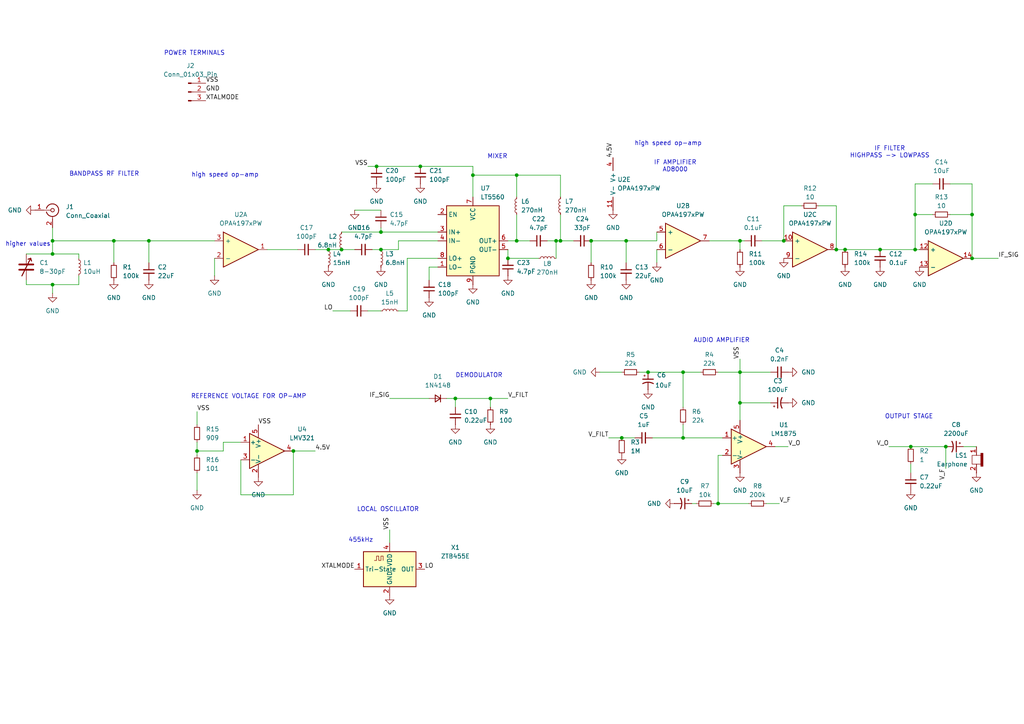
<source format=kicad_sch>
(kicad_sch (version 20231120) (generator "eeschema") (generator_version "8.0")
  (paper "A4")
  (lib_symbols
    (symbol "Amplifier_Audio:LM1875" (pin_names (offset 0.127))
      (property "Reference" "U" (at 3.81 6.35 0))
      (property "Value" "LM1875" (at 3.81 3.81 0))
      (symbol "LM1875_0_1"
        (polyline (pts (xy -5.08 5.08) (xy 5.08 0) (xy -5.08 -5.08) (xy -5.08 5.08)) (stroke (width 0.254)) (fill (type background)))
      )
      (symbol "LM1875_1_1"
        (pin input line (at -7.62 2.54 0) (length 2.54) (name "+") (number "1"))
        (pin input line (at -7.62 -2.54 0) (length 2.54) (name "-") (number "2"))
        (pin power_in line (at -2.54 -7.62 90) (length 3.81) (name "V-") (number "3"))
        (pin output line (at 7.62 0 180) (length 2.54) (name "~") (number "4"))
        (pin power_in line (at -2.54 7.62 270) (length 3.81) (name "V+") (number "5"))
      )
    )
    (symbol "Amplifier_Operational:OPA4197xPW"
      (property "Reference" "U" (at 0 3.81 0))
      (property "Value" "OPA4197xPW" (at 0 -3.81 0))
      (symbol "OPA4197xPW_1_1"
        (polyline (pts (xy -5.08 5.08) (xy 5.08 0) (xy -5.08 -5.08) (xy -5.08 5.08)) (stroke (width 0.254)) (fill (type background)))
        (pin output line (at 7.62 0 180) (length 2.54) (name "~") (number "1"))
        (pin input line (at -7.62 -2.54 0) (length 2.54) (name "-") (number "2"))
        (pin input line (at -7.62 2.54 0) (length 2.54) (name "+") (number "3"))
      )
      (symbol "OPA4197xPW_2_1"
        (polyline (pts (xy -5.08 5.08) (xy 5.08 0) (xy -5.08 -5.08) (xy -5.08 5.08)) (stroke (width 0.254)) (fill (type background)))
        (pin input line (at -7.62 2.54 0) (length 2.54) (name "+") (number "5"))
        (pin input line (at -7.62 -2.54 0) (length 2.54) (name "-") (number "6"))
        (pin output line (at 7.62 0 180) (length 2.54) (name "~") (number "7"))
      )
      (symbol "OPA4197xPW_3_1"
        (polyline (pts (xy -5.08 5.08) (xy 5.08 0) (xy -5.08 -5.08) (xy -5.08 5.08)) (stroke (width 0.254)) (fill (type background)))
        (pin input line (at -7.62 2.54 0) (length 2.54) (name "+") (number "10"))
        (pin output line (at 7.62 0 180) (length 2.54) (name "~") (number "8"))
        (pin input line (at -7.62 -2.54 0) (length 2.54) (name "-") (number "9"))
      )
      (symbol "OPA4197xPW_4_1"
        (polyline (pts (xy -5.08 5.08) (xy 5.08 0) (xy -5.08 -5.08) (xy -5.08 5.08)) (stroke (width 0.254)) (fill (type background)))
        (pin input line (at -7.62 2.54 0) (length 2.54) (name "+") (number "12"))
        (pin input line (at -7.62 -2.54 0) (length 2.54) (name "-") (number "13"))
        (pin output line (at 7.62 0 180) (length 2.54) (name "~") (number "14"))
      )
      (symbol "OPA4197xPW_5_1"
        (pin power_in line (at -2.54 -7.62 90) (length 3.81) (name "V-") (number "11"))
        (pin power_in line (at -2.54 7.62 270) (length 3.81) (name "V+") (number "4"))
      )
    )
    (symbol "Connector:Conn_01x03_Pin" (pin_names (offset 1.016) hide)
      (property "Reference" "J" (at 0 5.08 0))
      (property "Value" "Conn_01x03_Pin" (at 0 -5.08 0))
      (symbol "Conn_01x03_Pin_1_1"
        (polyline (pts (xy 1.27 -2.54) (xy 0.8636 -2.54)) (stroke (width 0.1524)))
        (polyline (pts (xy 1.27 0) (xy 0.8636 0)) (stroke (width 0.1524)))
        (polyline (pts (xy 1.27 2.54) (xy 0.8636 2.54)) (stroke (width 0.1524)))
        (rectangle (start 0.8636 -2.413) (end 0 -2.667) (stroke (width 0.1524)) (fill (type outline)))
        (rectangle (start 0.8636 0.127) (end 0 -0.127) (stroke (width 0.1524)) (fill (type outline)))
        (rectangle (start 0.8636 2.667) (end 0 2.413) (stroke (width 0.1524)) (fill (type outline)))
        (pin passive line (at 5.08 2.54 180) (length 3.81) (name "Pin_1") (number "1"))
        (pin passive line (at 5.08 0 180) (length 3.81) (name "Pin_2") (number "2"))
        (pin passive line (at 5.08 -2.54 180) (length 3.81) (name "Pin_3") (number "3"))
      )
    )
    (symbol "Connector:Conn_Coaxial" (pin_names (offset 1.016) hide)
      (property "Reference" "J" (at 0.254 3.048 0))
      (property "Value" "Conn_Coaxial" (at 2.921 0 90))
      (symbol "Conn_Coaxial_0_1"
        (arc (start -1.778 -0.508) (mid 0.2311 -1.8066) (end 1.778 0) (stroke (width 0.254)))
        (polyline (pts (xy -2.54 0) (xy -0.508 0)))
        (polyline (pts (xy 0 -2.54) (xy 0 -1.778)))
        (circle (center 0 0) (radius 0.508) (stroke (width 0.2032)))
        (arc (start 1.778 0) (mid 0.2099 1.8101) (end -1.778 0.508) (stroke (width 0.254)))
      )
      (symbol "Conn_Coaxial_1_1"
        (pin passive line (at -5.08 0 0) (length 2.54) (name "In") (number "1"))
        (pin passive line (at 0 -5.08 90) (length 2.54) (name "Ext") (number "2"))
      )
    )
    (symbol "Device:C_Polarized_Small_US" (pin_numbers hide) (pin_names (offset 0.254) hide)
      (property "Reference" "C" (at 0.254 1.778 0))
      (property "Value" "C_Polarized_Small_US" (at 0.254 -2.032 0))
      (symbol "C_Polarized_Small_US_0_1"
        (polyline (pts (xy -1.524 0.508) (xy 1.524 0.508)) (stroke (width 0.3048)))
        (polyline (pts (xy -1.27 1.524) (xy -0.762 1.524)))
        (polyline (pts (xy -1.016 1.27) (xy -1.016 1.778)))
        (arc (start 1.524 -0.762) (mid 0 -0.3734) (end -1.524 -0.762) (stroke (width 0.3048)))
      )
      (symbol "C_Polarized_Small_US_1_1"
        (pin passive line (at 0 2.54 270) (length 2.032) (name "~") (number "1"))
        (pin passive line (at 0 -2.54 90) (length 2.032) (name "~") (number "2"))
      )
    )
    (symbol "Device:C_Small" (pin_numbers hide) (pin_names (offset 0.254) hide)
      (property "Reference" "C" (at 0.254 1.778 0))
      (property "Value" "C_Small" (at 0.254 -2.032 0))
      (symbol "C_Small_0_1"
        (polyline (pts (xy -1.524 -0.508) (xy 1.524 -0.508)) (stroke (width 0.3302)))
        (polyline (pts (xy -1.524 0.508) (xy 1.524 0.508)) (stroke (width 0.3048)))
      )
      (symbol "C_Small_1_1"
        (pin passive line (at 0 2.54 270) (length 2.032) (name "~") (number "1"))
        (pin passive line (at 0 -2.54 90) (length 2.032) (name "~") (number "2"))
      )
    )
    (symbol "Device:C_Variable" (pin_numbers hide) (pin_names (offset 0.254) hide)
      (property "Reference" "C" (at 0.635 -1.905 0))
      (property "Value" "C_Variable" (at 0.635 -3.81 0))
      (symbol "C_Variable_0_1"
        (polyline (pts (xy -2.032 -0.762) (xy 2.032 -0.762)) (stroke (width 0.508)))
        (polyline (pts (xy -2.032 0.762) (xy 2.032 0.762)) (stroke (width 0.508)))
        (polyline (pts (xy 1.27 2.54) (xy -1.27 -2.54)) (stroke (width 0.3048)))
        (polyline (pts (xy 1.27 2.54) (xy 0.508 2.286)) (stroke (width 0.3048)))
        (polyline (pts (xy 1.27 2.54) (xy 1.524 1.778)) (stroke (width 0.3048)))
      )
      (symbol "C_Variable_1_1"
        (pin passive line (at 0 3.81 270) (length 3.048) (name "~") (number "1"))
        (pin passive line (at 0 -3.81 90) (length 3.048) (name "~") (number "2"))
      )
    )
    (symbol "Device:D_Small" (pin_numbers hide) (pin_names (offset 0.254) hide)
      (property "Reference" "D" (at -1.27 2.032 0))
      (property "Value" "D_Small" (at -3.81 -2.032 0))
      (symbol "D_Small_0_1"
        (polyline (pts (xy -0.762 -1.016) (xy -0.762 1.016)) (stroke (width 0.254)))
        (polyline (pts (xy -0.762 0) (xy 0.762 0)))
        (polyline (pts (xy 0.762 -1.016) (xy -0.762 0) (xy 0.762 1.016) (xy 0.762 -1.016)) (stroke (width 0.254)))
      )
      (symbol "D_Small_1_1"
        (pin passive line (at -2.54 0 0) (length 1.778) (name "K") (number "1"))
        (pin passive line (at 2.54 0 180) (length 1.778) (name "A") (number "2"))
      )
    )
    (symbol "Device:Earphone" (pin_names (offset 0.0254) hide)
      (property "Reference" "LS" (at 2.54 3.81 0))
      (property "Value" "Earphone" (at 2.54 1.905 0))
      (symbol "Earphone_0_1"
        (rectangle (start 1.27 -0.635) (end 1.905 3.175) (fill (type outline)))
        (rectangle (start 1.27 0) (end -1.27 2.54))
      )
      (symbol "Earphone_1_1"
        (pin passive line (at 0 -2.54 90) (length 2.54) (name "-") (number "1"))
        (pin passive line (at 0 5.08 270) (length 2.54) (name "+") (number "2"))
      )
    )
    (symbol "Device:L_Small" (pin_numbers hide) (pin_names (offset 0.254) hide)
      (property "Reference" "L" (at 0.762 1.016 0))
      (property "Value" "L_Small" (at 0.762 -1.016 0))
      (symbol "L_Small_0_1"
        (arc (start 0 -2.032) (mid 0.5058 -1.524) (end 0 -1.016))
        (arc (start 0 -1.016) (mid 0.5058 -0.508) (end 0 0))
        (arc (start 0 0) (mid 0.5058 0.508) (end 0 1.016))
        (arc (start 0 1.016) (mid 0.5058 1.524) (end 0 2.032))
      )
      (symbol "L_Small_1_1"
        (pin passive line (at 0 2.54 270) (length 0.508) (name "~") (number "1"))
        (pin passive line (at 0 -2.54 90) (length 0.508) (name "~") (number "2"))
      )
    )
    (symbol "Device:R_Small" (pin_numbers hide) (pin_names (offset 0.254) hide)
      (property "Reference" "R" (at 0.762 0.508 0))
      (property "Value" "R_Small" (at 0.762 -1.016 0))
      (symbol "R_Small_0_1"
        (rectangle (start -0.762 1.778) (end 0.762 -1.778) (stroke (width 0.2032)))
      )
      (symbol "R_Small_1_1"
        (pin passive line (at 0 2.54 270) (length 0.762) (name "~") (number "1"))
        (pin passive line (at 0 -2.54 90) (length 0.762) (name "~") (number "2"))
      )
    )
    (symbol "Oscillator:ECS-2520MV-xxx-xx"
      (property "Reference" "X" (at -5.08 6.35 0))
      (property "Value" "ECS-2520MV-xxx-xx" (at 1.27 -6.35 0))
      (symbol "ECS-2520MV-xxx-xx_0_1"
        (rectangle (start -7.62 5.08) (end 7.62 -5.08) (stroke (width 0.254)) (fill (type background)))
        (polyline (pts (xy -4.445 2.54) (xy -3.81 2.54) (xy -3.81 3.81) (xy -3.175 3.81) (xy -3.175 2.54) (xy -2.54 2.54) (xy -2.54 3.81) (xy -1.905 3.81) (xy -1.905 2.54)))
      )
      (symbol "ECS-2520MV-xxx-xx_1_1"
        (pin input line (at -10.16 0 0) (length 2.54) (name "Tri-State") (number "1"))
        (pin power_in line (at 0 -7.62 90) (length 2.54) (name "GND") (number "2"))
        (pin output line (at 10.16 0 180) (length 2.54) (name "OUT") (number "3"))
        (pin power_in line (at 0 7.62 270) (length 2.54) (name "VDD") (number "4"))
      )
    )
    (symbol "RF_Mixer:LT5560"
      (property "Reference" "U" (at -3.81 13.97 0))
      (property "Value" "LT5560" (at -6.35 11.43 0))
      (symbol "LT5560_0_1"
        (rectangle (start -7.62 10.16) (end 7.62 -10.16) (stroke (width 0.254)) (fill (type background)))
      )
      (symbol "LT5560_1_1"
        (pin input line (at -10.16 -7.62 0) (length 2.54) (name "LO-") (number "1"))
        (pin input line (at -10.16 7.62 0) (length 2.54) (name "EN") (number "2"))
        (pin input line (at -10.16 2.54 0) (length 2.54) (name "IN+") (number "3"))
        (pin input line (at -10.16 0 0) (length 2.54) (name "IN-") (number "4"))
        (pin output line (at 10.16 -2.54 180) (length 2.54) (name "OUT-") (number "5"))
        (pin output line (at 10.16 0 180) (length 2.54) (name "OUT+") (number "6"))
        (pin power_in line (at 0 12.7 270) (length 2.54) (name "VCC") (number "7"))
        (pin input line (at -10.16 -5.08 0) (length 2.54) (name "LO+") (number "8"))
        (pin power_in line (at 0 -12.7 90) (length 2.54) (name "PGND") (number "9"))
      )
    )
    (symbol "power:GND" (power) (pin_numbers hide) (pin_names (offset 0) hide)
      (property "Value" "GND" (at 0 -3.81 0))
      (symbol "GND_0_1"
        (polyline (pts (xy 0 0) (xy 0 -1.27) (xy 1.27 -1.27) (xy 0 -2.54) (xy -1.27 -1.27) (xy 0 -1.27)))
      )
      (symbol "GND_1_1"
        (pin power_in line (at 0 0 270) (length 0) (name "~") (number "1"))
      )
    )
    (symbol "yume:LMV321" (pin_names (offset 0.127))
      (property "Reference" "U" (at 0 5.08 0))
      (property "Value" "LMV321" (at 0 -5.08 0))
      (symbol "LMV321_0_1"
        (polyline (pts (xy -5.08 5.08) (xy 5.08 0) (xy -5.08 -5.08) (xy -5.08 5.08)) (stroke (width 0.254)) (fill (type background)))
        (pin power_in line (at -2.54 -7.62 90) (length 3.81) (name "V-") (number "2"))
        (pin power_in line (at -2.54 7.62 270) (length 3.81) (name "V+") (number "5"))
      )
      (symbol "LMV321_1_1"
        (pin input line (at -7.62 2.54 0) (length 2.54) (name "+") (number "1"))
        (pin input line (at -7.62 -2.54 0) (length 2.54) (name "-") (number "3"))
        (pin output line (at 7.62 0 180) (length 2.54) (name "~") (number "4"))
      )
    )
  )
  (junction (at 214.63 69.85))
  (junction (at 110.49 67.31))
  (junction (at 15.24 69.85))
  (junction (at 15.24 73.66))
  (junction (at 110.49 72.39))
  (junction (at 15.24 82.55))
  (junction (at 281.94 62.23))
  (junction (at 281.94 74.93))
  (junction (at 162.56 69.85))
  (junction (at 245.11 72.39))
  (junction (at 33.02 69.85))
  (junction (at 198.12 127))
  (junction (at 227.33 69.85))
  (junction (at 180.34 127))
  (junction (at 99.06 72.39))
  (junction (at 171.45 69.85))
  (junction (at 198.12 107.95))
  (junction (at 255.27 72.39))
  (junction (at 147.32 74.93))
  (junction (at 265.43 72.39))
  (junction (at 85.09 130.81))
  (junction (at 149.86 50.8))
  (junction (at 181.61 69.85))
  (junction (at 187.96 107.95))
  (junction (at 242.57 72.39))
  (junction (at 214.63 116.84))
  (junction (at 274.32 129.54))
  (junction (at 149.86 69.85))
  (junction (at 43.18 69.85))
  (junction (at 95.25 72.39))
  (junction (at 265.43 62.23))
  (junction (at 137.16 50.8))
  (junction (at 132.08 115.57))
  (junction (at 109.22 48.26))
  (junction (at 121.92 48.26))
  (junction (at 161.29 69.85))
  (junction (at 214.63 107.95))
  (junction (at 208.28 146.05))
  (junction (at 57.15 130.81))
  (junction (at 264.16 129.54))
  (junction (at 142.24 115.57))
  (wire (pts (xy 43.18 69.85) (xy 62.23 69.85)))
  (wire (pts (xy 274.32 129.54) (xy 274.32 135.89)))
  (wire (pts (xy 62.23 74.93) (xy 62.23 80.01)))
  (wire (pts (xy 118.11 90.17) (xy 118.11 74.93)))
  (wire (pts (xy 265.43 62.23) (xy 265.43 72.39)))
  (wire (pts (xy 181.61 76.2) (xy 181.61 69.85)))
  (wire (pts (xy 110.49 67.31) (xy 110.49 66.04)))
  (wire (pts (xy 142.24 118.11) (xy 142.24 115.57)))
  (wire (pts (xy 142.24 115.57) (xy 147.32 115.57)))
  (wire (pts (xy 205.74 69.85) (xy 214.63 69.85)))
  (wire (pts (xy 237.49 59.69) (xy 242.57 59.69)))
  (wire (pts (xy 198.12 123.19) (xy 198.12 127)))
  (wire (pts (xy 147.32 72.39) (xy 147.32 74.93)))
  (wire (pts (xy 161.29 69.85) (xy 161.29 74.93)))
  (wire (pts (xy 132.08 118.11) (xy 132.08 115.57)))
  (wire (pts (xy 279.4 129.54) (xy 283.21 129.54)))
  (wire (pts (xy 22.86 82.55) (xy 22.86 80.01)))
  (wire (pts (xy 107.95 72.39) (xy 110.49 72.39)))
  (wire (pts (xy 7.62 82.55) (xy 15.24 82.55)))
  (wire (pts (xy 91.44 72.39) (xy 95.25 72.39)))
  (wire (pts (xy 15.24 82.55) (xy 15.24 85.09)))
  (wire (pts (xy 214.63 121.92) (xy 214.63 116.84)))
  (wire (pts (xy 149.86 50.8) (xy 162.56 50.8)))
  (wire (pts (xy 15.24 66.04) (xy 15.24 69.85)))
  (wire (pts (xy 124.46 77.47) (xy 127 77.47)))
  (wire (pts (xy 207.01 146.05) (xy 208.28 146.05)))
  (wire (pts (xy 242.57 72.39) (xy 245.11 72.39)))
  (wire (pts (xy 200.66 146.05) (xy 201.93 146.05)))
  (wire (pts (xy 7.62 81.28) (xy 7.62 82.55)))
  (wire (pts (xy 113.03 153.67) (xy 113.03 157.48)))
  (wire (pts (xy 162.56 57.15) (xy 162.56 50.8)))
  (wire (pts (xy 129.54 115.57) (xy 132.08 115.57)))
  (wire (pts (xy 232.41 59.69) (xy 227.33 59.69)))
  (wire (pts (xy 214.63 107.95) (xy 223.52 107.95)))
  (wire (pts (xy 171.45 76.2) (xy 171.45 69.85)))
  (wire (pts (xy 115.57 69.85) (xy 127 69.85)))
  (wire (pts (xy 171.45 69.85) (xy 181.61 69.85)))
  (wire (pts (xy 147.32 74.93) (xy 156.21 74.93)))
  (wire (pts (xy 222.25 146.05) (xy 226.06 146.05)))
  (wire (pts (xy 57.15 128.27) (xy 57.15 130.81)))
  (wire (pts (xy 106.68 90.17) (xy 110.49 90.17)))
  (wire (pts (xy 275.59 53.34) (xy 281.94 53.34)))
  (wire (pts (xy 43.18 76.2) (xy 43.18 69.85)))
  (wire (pts (xy 15.24 73.66) (xy 22.86 73.66)))
  (wire (pts (xy 162.56 62.23) (xy 162.56 69.85)))
  (wire (pts (xy 110.49 67.31) (xy 127 67.31)))
  (wire (pts (xy 245.11 72.39) (xy 255.27 72.39)))
  (wire (pts (xy 257.81 129.54) (xy 264.16 129.54)))
  (wire (pts (xy 15.24 82.55) (xy 22.86 82.55)))
  (wire (pts (xy 162.56 69.85) (xy 166.37 69.85)))
  (wire (pts (xy 69.85 128.27) (xy 64.77 128.27)))
  (wire (pts (xy 118.11 74.93) (xy 127 74.93)))
  (wire (pts (xy 227.33 59.69) (xy 227.33 69.85)))
  (wire (pts (xy 137.16 50.8) (xy 137.16 57.15)))
  (wire (pts (xy 198.12 107.95) (xy 203.2 107.95)))
  (wire (pts (xy 33.02 69.85) (xy 43.18 69.85)))
  (wire (pts (xy 264.16 134.62) (xy 264.16 137.16)))
  (wire (pts (xy 149.86 57.15) (xy 149.86 50.8)))
  (wire (pts (xy 214.63 69.85) (xy 215.9 69.85)))
  (wire (pts (xy 255.27 72.39) (xy 265.43 72.39)))
  (wire (pts (xy 264.16 129.54) (xy 274.32 129.54)))
  (wire (pts (xy 208.28 132.08) (xy 209.55 132.08)))
  (wire (pts (xy 173.99 107.95) (xy 180.34 107.95)))
  (wire (pts (xy 198.12 127) (xy 209.55 127)))
  (wire (pts (xy 242.57 59.69) (xy 242.57 72.39)))
  (wire (pts (xy 270.51 53.34) (xy 265.43 53.34)))
  (wire (pts (xy 121.92 48.26) (xy 137.16 48.26)))
  (wire (pts (xy 57.15 130.81) (xy 57.15 132.08)))
  (wire (pts (xy 110.49 72.39) (xy 115.57 72.39)))
  (wire (pts (xy 109.22 48.26) (xy 121.92 48.26)))
  (wire (pts (xy 115.57 90.17) (xy 118.11 90.17)))
  (wire (pts (xy 15.24 69.85) (xy 33.02 69.85)))
  (wire (pts (xy 214.63 116.84) (xy 223.52 116.84)))
  (wire (pts (xy 57.15 119.38) (xy 57.15 123.19)))
  (wire (pts (xy 265.43 72.39) (xy 266.7 72.39)))
  (wire (pts (xy 85.09 130.81) (xy 91.44 130.81)))
  (wire (pts (xy 137.16 48.26) (xy 137.16 50.8)))
  (wire (pts (xy 281.94 62.23) (xy 281.94 74.93)))
  (wire (pts (xy 275.59 62.23) (xy 281.94 62.23)))
  (wire (pts (xy 149.86 69.85) (xy 147.32 69.85)))
  (wire (pts (xy 113.03 115.57) (xy 124.46 115.57)))
  (wire (pts (xy 69.85 133.35) (xy 69.85 143.51)))
  (wire (pts (xy 64.77 130.81) (xy 57.15 130.81)))
  (wire (pts (xy 96.52 90.17) (xy 101.6 90.17)))
  (wire (pts (xy 22.86 73.66) (xy 22.86 74.93)))
  (wire (pts (xy 99.06 67.31) (xy 110.49 67.31)))
  (wire (pts (xy 99.06 72.39) (xy 102.87 72.39)))
  (wire (pts (xy 77.47 72.39) (xy 86.36 72.39)))
  (wire (pts (xy 132.08 115.57) (xy 142.24 115.57)))
  (wire (pts (xy 149.86 69.85) (xy 153.67 69.85)))
  (wire (pts (xy 265.43 53.34) (xy 265.43 62.23)))
  (wire (pts (xy 57.15 137.16) (xy 57.15 142.24)))
  (wire (pts (xy 214.63 69.85) (xy 214.63 72.39)))
  (wire (pts (xy 158.75 69.85) (xy 161.29 69.85)))
  (wire (pts (xy 106.68 48.26) (xy 109.22 48.26)))
  (wire (pts (xy 198.12 107.95) (xy 198.12 118.11)))
  (wire (pts (xy 208.28 132.08) (xy 208.28 146.05)))
  (wire (pts (xy 214.63 107.95) (xy 214.63 116.84)))
  (wire (pts (xy 15.24 69.85) (xy 15.24 73.66)))
  (wire (pts (xy 228.6 129.54) (xy 224.79 129.54)))
  (wire (pts (xy 149.86 62.23) (xy 149.86 69.85)))
  (wire (pts (xy 64.77 128.27) (xy 64.77 130.81)))
  (wire (pts (xy 102.87 60.96) (xy 110.49 60.96)))
  (wire (pts (xy 281.94 74.93) (xy 289.56 74.93)))
  (wire (pts (xy 85.09 143.51) (xy 85.09 130.81)))
  (wire (pts (xy 95.25 72.39) (xy 99.06 72.39)))
  (wire (pts (xy 176.53 127) (xy 180.34 127)))
  (wire (pts (xy 149.86 50.8) (xy 137.16 50.8)))
  (wire (pts (xy 7.62 73.66) (xy 15.24 73.66)))
  (wire (pts (xy 115.57 72.39) (xy 115.57 69.85)))
  (wire (pts (xy 180.34 127) (xy 184.15 127)))
  (wire (pts (xy 208.28 107.95) (xy 214.63 107.95)))
  (wire (pts (xy 187.96 107.95) (xy 198.12 107.95)))
  (wire (pts (xy 208.28 146.05) (xy 217.17 146.05)))
  (wire (pts (xy 181.61 69.85) (xy 190.5 69.85)))
  (wire (pts (xy 161.29 69.85) (xy 162.56 69.85)))
  (wire (pts (xy 185.42 107.95) (xy 187.96 107.95)))
  (wire (pts (xy 281.94 53.34) (xy 281.94 62.23)))
  (wire (pts (xy 190.5 72.39) (xy 190.5 76.2)))
  (wire (pts (xy 220.98 69.85) (xy 227.33 69.85)))
  (wire (pts (xy 33.02 76.2) (xy 33.02 69.85)))
  (wire (pts (xy 69.85 143.51) (xy 85.09 143.51)))
  (wire (pts (xy 190.5 67.31) (xy 190.5 69.85)))
  (wire (pts (xy 124.46 81.28) (xy 124.46 77.47)))
  (wire (pts (xy 270.51 62.23) (xy 265.43 62.23)))
  (wire (pts (xy 214.63 104.14) (xy 214.63 107.95)))
  (wire (pts (xy 189.23 127) (xy 198.12 127)))
  (text "MIXER" (at 144.272 45.466 0) (effects (font (size 1.27 1.27))))
  (text "POWER TERMINALS" (at 56.388 15.494 0) (effects (font (size 1.27 1.27))))
  (text "higher values" (at 8.128 70.866 0) (effects (font (size 1.27 1.27))))
  (text "AUDIO AMPLIFIER" (at 209.296 98.806 0) (effects (font (size 1.27 1.27))))
  (text "high speed op-amp" (at 65.278 50.8 0) (effects (font (size 1.27 1.27))))
  (text "high speed op-amp" (at 193.802 41.656 0) (effects (font (size 1.27 1.27))))
  (text "IF FILTER\nHIGHPASS -> LOWPASS" (at 258.064 44.196 0) (effects (font (size 1.27 1.27))))
  (text "455kHz" (at 104.648 156.718 0) (effects (font (size 1.27 1.27))))
  (text "REFERENCE VOLTAGE FOR OP-AMP" (at 72.136 115.062 0) (effects (font (size 1.27 1.27))))
  (text "BANDPASS RF FILTER" (at 30.226 50.546 0) (effects (font (size 1.27 1.27))))
  (text "OUTPUT STAGE" (at 263.652 120.904 0) (effects (font (size 1.27 1.27))))
  (text "LOCAL OSCILLATOR\n" (at 112.522 147.828 0) (effects (font (size 1.27 1.27))))
  (text "DEMODULATOR" (at 138.938 108.966 0) (effects (font (size 1.27 1.27))))
  (text "IF AMPLIFIER\nAD8000" (at 195.834 48.26 0) (effects (font (size 1.27 1.27))))
  (label "V_FILT" (at 176.53 127 180))
  (label "IF_SIG" (at 289.56 74.93 0))
  (label "GND" (at 59.69 26.67 0))
  (label "VSS" (at 74.93 123.19 0))
  (label "V_FILT" (at 147.32 115.57 0))
  (label "LO" (at 96.52 90.17 180))
  (label "V_O" (at 257.81 129.54 180))
  (label "V_F" (at 274.32 135.89 270))
  (label "LO" (at 123.19 165.1 0))
  (label "VSS" (at 113.03 153.67 90))
  (label "VSS" (at 214.63 104.14 90))
  (label "XTALMODE" (at 59.69 29.21 0))
  (label "VSS" (at 59.69 24.13 0))
  (label "VSS" (at 57.15 119.38 0))
  (label "IF_SIG" (at 113.03 115.57 180))
  (label "V_O" (at 228.6 129.54 0))
  (label "4.5V" (at 91.44 130.81 0))
  (label "XTALMODE" (at 102.87 165.1 180))
  (label "V_F" (at 226.06 146.05 0))
  (label "4.5V" (at 177.8 45.72 90))
  (label "VSS" (at 106.68 48.26 180))
  (symbol (lib_id "Device:C_Polarized_Small_US") (at 276.86 129.54 270) (unit 1)
    (property "Reference" "C8" (at 277.2918 123.19 90))
    (property "Value" "2200uF" (at 277.2918 125.73 90))
    (property "Footprint" "Capacitor_SMD:Cap_Elec_10.4x10.4" (effects (hide yes)))
    (property "Description" "Polarized capacitor, small US symbol" (effects (hide yes)))
  )
  (symbol (lib_id "Device:R_Small") (at 33.02 78.74 0) (unit 1)
    (property "Reference" "R1" (at 35.56 77.4699 0) (effects (justify left)))
    (property "Value" "100k" (at 35.56 80.0099 0) (effects (justify left)))
    (property "Footprint" "Resistor_SMD:R_0402_1005Metric" (effects (hide yes)))
    (property "Description" "Resistor, small symbol" (effects (hide yes)))
  )
  (symbol (lib_id "power:GND") (at 255.27 77.47 0) (unit 1)
    (property "Reference" "#PWR030" (effects (hide yes)))
    (property "Value" "GND" (at 255.27 82.55 0))
    (property "Description" "Power symbol creates a global label with name \"GND\" , ground" (effects (hide yes)))
  )
  (symbol (lib_id "Amplifier_Operational:OPA4197xPW") (at 180.34 53.34 0) (unit 5)
    (property "Reference" "U2" (at 179.07 52.0699 0) (effects (justify left)))
    (property "Value" "OPA4197xPW" (at 179.07 54.6099 0) (effects (justify left)))
    (property "Footprint" "Package_SO:TSSOP-14_4.4x5mm_P0.65mm" (effects (hide yes)))
    (property "Datasheet" "http://www.ti.com/lit/ds/symlink/opa4197.pdf" (effects (hide yes)))
    (property "Description" "Quad 36V, Precision, Rail-to-Rail Input/Output, Low Offset Voltage, Operational Amplifier, TSSOP-14" (effects (hide yes)))
  )
  (symbol (lib_id "Device:C_Polarized_Small_US") (at 226.06 116.84 90) (unit 1)
    (property "Reference" "C3" (at 225.6282 110.49 90))
    (property "Value" "100uF" (at 225.6282 113.03 90))
    (property "Footprint" "Capacitor_SMD:C_Elec_10x10.2" (effects (hide yes)))
    (property "Description" "Polarized capacitor, small US symbol" (effects (hide yes)))
  )
  (symbol (lib_id "power:GND") (at 190.5 76.2 0) (unit 1)
    (property "Reference" "#PWR020" (effects (hide yes)))
    (property "Value" "GND" (at 190.5 81.28 0))
    (property "Description" "Power symbol creates a global label with name \"GND\" , ground" (effects (hide yes)))
  )
  (symbol (lib_id "Device:R_Small") (at 234.95 59.69 90) (unit 1)
    (property "Reference" "R12" (at 234.95 54.61 90))
    (property "Value" "10" (at 234.95 57.15 90))
    (property "Footprint" "Resistor_SMD:R_0402_1005Metric" (effects (hide yes)))
    (property "Description" "Resistor, small symbol" (effects (hide yes)))
  )
  (symbol (lib_id "Device:R_Small") (at 204.47 146.05 270) (unit 1)
    (property "Reference" "R7" (at 204.47 140.97 90))
    (property "Value" "10k" (at 204.47 143.51 90))
    (property "Footprint" "yume:Yu-R_0402_mil" (effects (hide yes)))
    (property "Description" "Resistor, small symbol" (effects (hide yes)))
  )
  (symbol (lib_id "Oscillator:ECS-2520MV-xxx-xx") (at 113.03 165.1 0) (unit 1)
    (property "Reference" "X1" (at 132.08 158.7814 0))
    (property "Value" "ZTB455E" (at 132.08 161.3214 0))
    (property "Footprint" "Oscillator:Oscillator_SMD_ECS_2520MV-xxx-xx-4Pin_2.5x2.0mm" (effects (hide yes)))
    (property "Datasheet" "https://www.ecsxtal.com/store/pdf/ECS-2520MV.pdf" (effects (hide yes)))
    (property "Description" "HCMOS Crystal Clock Oscillator, 2.5x2.0 mm SMD" (effects (hide yes)))
  )
  (symbol (lib_id "Device:C_Small") (at 156.21 69.85 90) (unit 1)
    (property "Reference" "C22" (at 156.2163 63.5 90))
    (property "Value" "4.7pF" (at 156.2163 66.04 90))
    (property "Footprint" "yume:Yu-C_0402_mil" (effects (hide yes)))
    (property "Description" "Unpolarized capacitor, small symbol" (effects (hide yes)))
  )
  (symbol (lib_id "power:GND") (at 33.02 81.28 0) (unit 1)
    (property "Reference" "#PWR06" (effects (hide yes)))
    (property "Value" "GND" (at 33.02 86.36 0))
    (property "Description" "Power symbol creates a global label with name \"GND\" , ground" (effects (hide yes)))
  )
  (symbol (lib_id "Device:C_Small") (at 186.69 127 90) (unit 1)
    (property "Reference" "C5" (at 186.6963 120.65 90))
    (property "Value" "1uF" (at 186.6963 123.19 90))
    (property "Footprint" "yume:Yu-C_0402_mil" (effects (hide yes)))
    (property "Description" "Unpolarized capacitor, small symbol" (effects (hide yes)))
  )
  (symbol (lib_id "Device:L_Small") (at 158.75 74.93 90) (unit 1)
    (property "Reference" "L8" (at 158.75 76.454 90))
    (property "Value" "270nH" (at 158.75 78.994 90))
    (property "Footprint" "yume:Yu-L_0603_mil" (effects (hide yes)))
    (property "Description" "Inductor, small symbol" (effects (hide yes)))
  )
  (symbol (lib_id "power:GND") (at 102.87 60.96 0) (unit 1)
    (property "Reference" "#PWR031" (effects (hide yes)))
    (property "Value" "GND" (at 102.87 66.04 0))
    (property "Description" "Power symbol creates a global label with name \"GND\" , ground" (effects (hide yes)))
  )
  (symbol (lib_id "power:GND") (at 181.61 81.28 0) (unit 1)
    (property "Reference" "#PWR023" (effects (hide yes)))
    (property "Value" "GND" (at 181.61 86.36 0))
    (property "Description" "Power symbol creates a global label with name \"GND\" , ground" (effects (hide yes)))
  )
  (symbol (lib_id "power:GND") (at 177.8 60.96 0) (unit 1)
    (property "Reference" "#PWR016" (effects (hide yes)))
    (property "Value" "GND" (at 177.8 66.04 0))
    (property "Description" "Power symbol creates a global label with name \"GND\" , ground" (effects (hide yes)))
  )
  (symbol (lib_id "Device:R_Small") (at 57.15 134.62 0) (unit 1)
    (property "Reference" "R16" (at 59.69 133.3499 0) (effects (justify left)))
    (property "Value" "101" (at 59.69 135.8899 0) (effects (justify left)))
    (property "Footprint" "Resistor_SMD:R_0402_1005Metric" (effects (hide yes)))
    (property "Description" "Resistor, small symbol" (effects (hide yes)))
  )
  (symbol (lib_id "Device:C_Small") (at 43.18 78.74 0) (unit 1)
    (property "Reference" "C2" (at 45.72 77.4762 0) (effects (justify left)))
    (property "Value" "22uF" (at 45.72 80.0162 0) (effects (justify left)))
    (property "Footprint" "yume:Yu-C_0402_mil" (effects (hide yes)))
    (property "Description" "Unpolarized capacitor, small symbol" (effects (hide yes)))
  )
  (symbol (lib_id "Device:C_Polarized_Small_US") (at 187.96 110.49 0) (unit 1)
    (property "Reference" "C6" (at 190.5 108.7881 0) (effects (justify left)))
    (property "Value" "10uF" (at 189.992 111.76 0) (effects (justify left)))
    (property "Footprint" "Capacitor_SMD:CAP_B6-SVPK_PAN-M" (effects (hide yes)))
    (property "Description" "Polarized capacitor, small US symbol" (effects (hide yes)))
  )
  (symbol (lib_id "power:GND") (at 124.46 86.36 0) (unit 1)
    (property "Reference" "#PWR032" (effects (hide yes)))
    (property "Value" "GND" (at 124.46 91.44 0))
    (property "Description" "Power symbol creates a global label with name \"GND\" , ground" (effects (hide yes)))
  )
  (symbol (lib_id "Device:C_Small") (at 121.92 50.8 180) (unit 1)
    (property "Reference" "C21" (at 124.46 49.5235 0) (effects (justify right)))
    (property "Value" "100pF" (at 124.46 52.0635 0) (effects (justify right)))
    (property "Footprint" "yume:Yu-C_0402_mil" (effects (hide yes)))
    (property "Description" "Unpolarized capacitor, small symbol" (effects (hide yes)))
  )
  (symbol (lib_id "Connector:Conn_01x03_Pin") (at 54.61 26.67 0) (unit 1)
    (property "Reference" "J2" (at 55.245 19.05 0))
    (property "Value" "Conn_01x03_Pin" (at 55.245 21.59 0))
    (property "Footprint" "Connector_PinHeader_2.54mm:PinHeader_1x03_P2.54mm_Vertical" (effects (hide yes)))
    (property "Description" "Generic connector, single row, 01x03, script generated" (effects (hide yes)))
  )
  (symbol (lib_id "power:GND") (at 43.18 81.28 0) (unit 1)
    (property "Reference" "#PWR05" (effects (hide yes)))
    (property "Value" "GND" (at 43.18 86.36 0))
    (property "Description" "Power symbol creates a global label with name \"GND\" , ground" (effects (hide yes)))
  )
  (symbol (lib_id "power:GND") (at 214.63 77.47 0) (unit 1)
    (property "Reference" "#PWR026" (effects (hide yes)))
    (property "Value" "GND" (at 214.63 82.55 0))
    (property "Description" "Power symbol creates a global label with name \"GND\" , ground" (effects (hide yes)))
  )
  (symbol (lib_id "power:GND") (at 245.11 77.47 0) (unit 1)
    (property "Reference" "#PWR029" (effects (hide yes)))
    (property "Value" "GND" (at 245.11 82.55 0))
    (property "Description" "Power symbol creates a global label with name \"GND\" , ground" (effects (hide yes)))
  )
  (symbol (lib_id "power:GND") (at 15.24 85.09 0) (unit 1)
    (property "Reference" "#PWR07" (effects (hide yes)))
    (property "Value" "GND" (at 15.24 90.17 0))
    (property "Description" "Power symbol creates a global label with name \"GND\" , ground" (effects (hide yes)))
  )
  (symbol (lib_id "Device:C_Small") (at 264.16 139.7 0) (unit 1)
    (property "Reference" "C7" (at 266.7 138.4362 0) (effects (justify left)))
    (property "Value" "0.22uF" (at 266.7 140.9762 0) (effects (justify left)))
    (property "Footprint" "Capacitor_SMD:C_0603_1608Metric" (effects (hide yes)))
    (property "Description" "Unpolarized capacitor, small symbol" (effects (hide yes)))
  )
  (symbol (lib_id "Device:C_Polarized_Small_US") (at 198.12 146.05 270) (unit 1)
    (property "Reference" "C9" (at 198.5518 139.7 90))
    (property "Value" "10uF" (at 198.5518 142.24 90))
    (property "Footprint" "Capacitor_SMD:CAP_B6-SVPK_PAN-M" (effects (hide yes)))
    (property "Description" "Polarized capacitor, small US symbol" (effects (hide yes)))
  )
  (symbol (lib_id "Device:R_Small") (at 205.74 107.95 90) (unit 1)
    (property "Reference" "R4" (at 205.74 102.87 90))
    (property "Value" "22k" (at 205.74 105.41 90))
    (property "Footprint" "yume:Yu-R_0402_mil" (effects (hide yes)))
    (property "Description" "Resistor, small symbol" (effects (hide yes)))
  )
  (symbol (lib_id "Device:R_Small") (at 264.16 132.08 180) (unit 1)
    (property "Reference" "R2" (at 266.7 130.8099 0) (effects (justify right)))
    (property "Value" "1" (at 266.7 133.3499 0) (effects (justify right)))
    (property "Footprint" "Resistor_SMD:R_0805_2012Metric" (effects (hide yes)))
    (property "Description" "Resistor, small symbol" (effects (hide yes)))
  )
  (symbol (lib_id "power:GND") (at 95.25 77.47 0) (unit 1)
    (property "Reference" "#PWR015" (effects (hide yes)))
    (property "Value" "GND" (at 95.25 82.55 0))
    (property "Description" "Power symbol creates a global label with name \"GND\" , ground" (effects (hide yes)))
  )
  (symbol (lib_id "Device:Earphone") (at 283.21 132.08 0) (mirror x) (unit 1)
    (property "Reference" "LS1" (at 280.67 132.0799 0) (effects (justify right)))
    (property "Value" "Earphone" (at 280.67 134.6199 0) (effects (justify right)))
    (property "Footprint" "Buzzer_Beeper:MagneticBuzzer_ProSignal_ABT-410-RC" (effects (hide yes)))
    (property "Description" "Earphone, polarized" (effects (hide yes)))
  )
  (symbol (lib_id "power:GND") (at 57.15 142.24 0) (unit 1)
    (property "Reference" "#PWR028" (effects (hide yes)))
    (property "Value" "GND" (at 57.15 147.32 0))
    (property "Description" "Power symbol creates a global label with name \"GND\" , ground" (effects (hide yes)))
  )
  (symbol (lib_id "power:GND") (at 171.45 81.28 0) (unit 1)
    (property "Reference" "#PWR022" (effects (hide yes)))
    (property "Value" "GND" (at 171.45 86.36 0))
    (property "Description" "Power symbol creates a global label with name \"GND\" , ground" (effects (hide yes)))
  )
  (symbol (lib_id "Device:C_Small") (at 88.9 72.39 90) (unit 1)
    (property "Reference" "C17" (at 88.9063 66.04 90))
    (property "Value" "100pF" (at 88.9063 68.58 90))
    (property "Footprint" "yume:Yu-C_0402_mil" (effects (hide yes)))
    (property "Description" "Unpolarized capacitor, small symbol" (effects (hide yes)))
  )
  (symbol (lib_id "Amplifier_Operational:OPA4197xPW") (at 234.95 72.39 0) (unit 3)
    (property "Reference" "U2" (at 234.95 62.23 0))
    (property "Value" "OPA4197xPW" (at 234.95 64.77 0))
    (property "Footprint" "Package_SO:TSSOP-14_4.4x5mm_P0.65mm" (effects (hide yes)))
    (property "Datasheet" "http://www.ti.com/lit/ds/symlink/opa4197.pdf" (effects (hide yes)))
    (property "Description" "Quad 36V, Precision, Rail-to-Rail Input/Output, Low Offset Voltage, Operational Amplifier, TSSOP-14" (effects (hide yes)))
  )
  (symbol (lib_id "power:GND") (at 264.16 142.24 0) (unit 1)
    (property "Reference" "#PWR011" (effects (hide yes)))
    (property "Value" "GND" (at 264.16 147.32 0))
    (property "Description" "Power symbol creates a global label with name \"GND\" , ground" (effects (hide yes)))
  )
  (symbol (lib_id "Device:R_Small") (at 198.12 120.65 0) (unit 1)
    (property "Reference" "R6" (at 200.66 119.3799 0) (effects (justify left)))
    (property "Value" "22k" (at 200.66 121.9199 0) (effects (justify left)))
    (property "Footprint" "yume:Yu-R_0402_mil" (effects (hide yes)))
    (property "Description" "Resistor, small symbol" (effects (hide yes)))
  )
  (symbol (lib_id "power:GND") (at 74.93 138.43 0) (unit 1)
    (property "Reference" "#PWR025" (effects (hide yes)))
    (property "Value" "GND" (at 74.93 143.51 0))
    (property "Description" "Power symbol creates a global label with name \"GND\" , ground" (effects (hide yes)))
  )
  (symbol (lib_id "Device:L_Small") (at 110.49 74.93 0) (unit 1)
    (property "Reference" "L3" (at 111.76 73.6599 0) (effects (justify left)))
    (property "Value" "6.8nH" (at 111.76 76.1999 0) (effects (justify left)))
    (property "Footprint" "yume:Yu-L_0603_mil" (effects (hide yes)))
    (property "Description" "Inductor, small symbol" (effects (hide yes)))
  )
  (symbol (lib_id "Device:D_Small") (at 127 115.57 180) (unit 1)
    (property "Reference" "D1" (at 127 109.22 0))
    (property "Value" "1N4148" (at 127 111.76 0))
    (property "Footprint" "yume:Yu-D_SOD-123" (effects (hide yes)))
    (property "Description" "Diode, small symbol" (effects (hide yes)))
    (property "Sim.Device" "D" (effects (hide yes)))
    (property "Sim.Pins" "1=K 2=A" (effects (hide yes)))
  )
  (symbol (lib_id "Device:L_Small") (at 113.03 90.17 90) (unit 1)
    (property "Reference" "L5" (at 113.03 85.09 90))
    (property "Value" "15nH" (at 113.03 87.63 90))
    (property "Footprint" "yume:Yu-L_0603_mil" (effects (hide yes)))
    (property "Description" "Inductor, small symbol" (effects (hide yes)))
  )
  (symbol (lib_id "Amplifier_Operational:OPA4197xPW") (at 274.32 74.93 0) (unit 4)
    (property "Reference" "U2" (at 274.32 64.77 0))
    (property "Value" "OPA4197xPW" (at 274.32 67.31 0))
    (property "Footprint" "Package_SO:TSSOP-14_4.4x5mm_P0.65mm" (effects (hide yes)))
    (property "Datasheet" "http://www.ti.com/lit/ds/symlink/opa4197.pdf" (effects (hide yes)))
    (property "Description" "Quad 36V, Precision, Rail-to-Rail Input/Output, Low Offset Voltage, Operational Amplifier, TSSOP-14" (effects (hide yes)))
  )
  (symbol (lib_id "power:GND") (at 121.92 53.34 0) (unit 1)
    (property "Reference" "#PWR034" (effects (hide yes)))
    (property "Value" "GND" (at 121.92 58.42 0))
    (property "Description" "Power symbol creates a global label with name \"GND\" , ground" (effects (hide yes)))
  )
  (symbol (lib_id "power:GND") (at 132.08 123.19 0) (unit 1)
    (property "Reference" "#PWR018" (effects (hide yes)))
    (property "Value" "GND" (at 132.08 128.27 0))
    (property "Description" "Power symbol creates a global label with name \"GND\" , ground" (effects (hide yes)))
  )
  (symbol (lib_id "Device:R_Small") (at 180.34 129.54 0) (unit 1)
    (property "Reference" "R3" (at 182.88 128.2699 0) (effects (justify left)))
    (property "Value" "1M" (at 182.88 130.8099 0) (effects (justify left)))
    (property "Footprint" "yume:Yu-R_0402_mil" (effects (hide yes)))
    (property "Description" "Resistor, small symbol" (effects (hide yes)))
  )
  (symbol (lib_id "Device:C_Small") (at 226.06 107.95 90) (unit 1)
    (property "Reference" "C4" (at 226.0663 101.6 90))
    (property "Value" "0.2nF" (at 226.0663 104.14 90))
    (property "Footprint" "Capacitor_SMD:C_0603_1608Metric" (effects (hide yes)))
    (property "Description" "Unpolarized capacitor, small symbol" (effects (hide yes)))
  )
  (symbol (lib_id "power:GND") (at 227.33 74.93 0) (unit 1)
    (property "Reference" "#PWR024" (effects (hide yes)))
    (property "Value" "GND" (at 227.33 80.01 0))
    (property "Description" "Power symbol creates a global label with name \"GND\" , ground" (effects (hide yes)))
  )
  (symbol (lib_id "Device:L_Small") (at 149.86 59.69 180) (unit 1)
    (property "Reference" "L6" (at 151.13 58.4199 0) (effects (justify right)))
    (property "Value" "270nH" (at 151.13 60.9599 0) (effects (justify right)))
    (property "Footprint" "yume:Yu-L_0603_mil" (effects (hide yes)))
    (property "Description" "Inductor, small symbol" (effects (hide yes)))
  )
  (symbol (lib_id "Device:C_Small") (at 110.49 63.5 0) (unit 1)
    (property "Reference" "C15" (at 113.03 62.2362 0) (effects (justify left)))
    (property "Value" "4.7pF" (at 113.03 64.7762 0) (effects (justify left)))
    (property "Footprint" "yume:Yu-C_0402_mil" (effects (hide yes)))
    (property "Description" "Unpolarized capacitor, small symbol" (effects (hide yes)))
  )
  (symbol (lib_id "Device:C_Small") (at 104.14 90.17 270) (unit 1)
    (property "Reference" "C19" (at 104.1336 83.82 90))
    (property "Value" "100pF" (at 104.1336 86.36 90))
    (property "Footprint" "yume:Yu-C_0402_mil" (effects (hide yes)))
    (property "Description" "Unpolarized capacitor, small symbol" (effects (hide yes)))
  )
  (symbol (lib_id "Device:L_Small") (at 95.25 74.93 0) (unit 1)
    (property "Reference" "L4" (at 96.52 73.6599 0) (effects (justify left)))
    (property "Value" "15nH" (at 96.52 76.1999 0) (effects (justify left)))
    (property "Footprint" "yume:Yu-L_0603_mil" (effects (hide yes)))
    (property "Description" "Inductor, small symbol" (effects (hide yes)))
  )
  (symbol (lib_id "power:GND") (at 62.23 80.01 0) (unit 1)
    (property "Reference" "#PWR021" (effects (hide yes)))
    (property "Value" "GND" (at 62.23 85.09 0))
    (property "Description" "Power symbol creates a global label with name \"GND\" , ground" (effects (hide yes)))
  )
  (symbol (lib_id "Device:R_Small") (at 273.05 62.23 90) (unit 1)
    (property "Reference" "R13" (at 273.05 57.15 90))
    (property "Value" "10" (at 273.05 59.69 90))
    (property "Footprint" "Resistor_SMD:R_0402_1005Metric" (effects (hide yes)))
    (property "Description" "Resistor, small symbol" (effects (hide yes)))
  )
  (symbol (lib_id "power:GND") (at 187.96 113.03 0) (unit 1)
    (property "Reference" "#PWR08" (effects (hide yes)))
    (property "Value" "GND" (at 187.96 118.11 0))
    (property "Description" "Power symbol creates a global label with name \"GND\" , ground" (effects (hide yes)))
  )
  (symbol (lib_id "Device:C_Small") (at 181.61 78.74 0) (unit 1)
    (property "Reference" "C13" (at 184.15 77.4762 0) (effects (justify left)))
    (property "Value" "22uF" (at 184.15 80.0162 0) (effects (justify left)))
    (property "Footprint" "yume:Yu-C_0402_mil" (effects (hide yes)))
    (property "Description" "Unpolarized capacitor, small symbol" (effects (hide yes)))
  )
  (symbol (lib_id "Device:C_Small") (at 147.32 77.47 180) (unit 1)
    (property "Reference" "C23" (at 149.86 76.1935 0) (effects (justify right)))
    (property "Value" "4.7pF" (at 149.86 78.7335 0) (effects (justify right)))
    (property "Footprint" "yume:Yu-C_0402_mil" (effects (hide yes)))
    (property "Description" "Unpolarized capacitor, small symbol" (effects (hide yes)))
  )
  (symbol (lib_id "power:GND") (at 137.16 82.55 0) (unit 1)
    (property "Reference" "#PWR036" (effects (hide yes)))
    (property "Value" "GND" (at 137.16 87.63 0))
    (property "Description" "Power symbol creates a global label with name \"GND\" , ground" (effects (hide yes)))
  )
  (symbol (lib_id "Amplifier_Audio:LM1875") (at 217.17 129.54 0) (unit 1)
    (property "Reference" "U1" (at 227.33 123.2214 0))
    (property "Value" "LM1875" (at 227.33 125.7614 0))
    (property "Footprint" "Package_TO_SOT_THT:TO-220-5_P3.4x3.7mm_StaggerOdd_Lead3.8mm_Vertical" (effects (hide yes)))
    (property "Datasheet" "http://www.ti.com/lit/ds/symlink/lm1875.pdf" (effects (hide yes)))
    (property "Description" "20W Audio Power Amplifier, TO-220-5" (effects (hide yes)))
  )
  (symbol (lib_id "Amplifier_Operational:OPA4197xPW") (at 69.85 72.39 0) (unit 1)
    (property "Reference" "U2" (at 69.85 62.23 0))
    (property "Value" "OPA4197xPW" (at 69.85 64.77 0))
    (property "Footprint" "Package_SO:TSSOP-14_4.4x5mm_P0.65mm" (effects (hide yes)))
    (property "Datasheet" "http://www.ti.com/lit/ds/symlink/opa4197.pdf" (effects (hide yes)))
    (property "Description" "Quad 36V, Precision, Rail-to-Rail Input/Output, Low Offset Voltage, Operational Amplifier, TSSOP-14" (effects (hide yes)))
  )
  (symbol (lib_id "Device:C_Small") (at 218.44 69.85 90) (unit 1)
    (property "Reference" "C11" (at 218.4463 63.5 90))
    (property "Value" "0.1uF" (at 218.4463 66.04 90))
    (property "Footprint" "yume:Yu-C_0402_mil" (effects (hide yes)))
    (property "Description" "Unpolarized capacitor, small symbol" (effects (hide yes)))
  )
  (symbol (lib_id "power:GND") (at 147.32 80.01 0) (unit 1)
    (property "Reference" "#PWR035" (effects (hide yes)))
    (property "Value" "GND" (at 147.32 85.09 0))
    (property "Description" "Power symbol creates a global label with name \"GND\" , ground" (effects (hide yes)))
  )
  (symbol (lib_id "Amplifier_Operational:OPA4197xPW") (at 198.12 69.85 0) (unit 2)
    (property "Reference" "U2" (at 198.12 59.69 0))
    (property "Value" "OPA4197xPW" (at 198.12 62.23 0))
    (property "Footprint" "Package_SO:TSSOP-14_4.4x5mm_P0.65mm" (effects (hide yes)))
    (property "Datasheet" "http://www.ti.com/lit/ds/symlink/opa4197.pdf" (effects (hide yes)))
    (property "Description" "Quad 36V, Precision, Rail-to-Rail Input/Output, Low Offset Voltage, Operational Amplifier, TSSOP-14" (effects (hide yes)))
  )
  (symbol (lib_id "power:GND") (at 10.16 60.96 270) (unit 1)
    (property "Reference" "#PWR04" (effects (hide yes)))
    (property "Value" "GND" (at 6.35 60.9599 90) (effects (justify right)))
    (property "Description" "Power symbol creates a global label with name \"GND\" , ground" (effects (hide yes)))
  )
  (symbol (lib_id "Device:C_Small") (at 109.22 50.8 180) (unit 1)
    (property "Reference" "C20" (at 111.76 49.5235 0) (effects (justify right)))
    (property "Value" "100pF" (at 111.76 52.0635 0) (effects (justify right)))
    (property "Footprint" "yume:Yu-C_0402_mil" (effects (hide yes)))
    (property "Description" "Unpolarized capacitor, small symbol" (effects (hide yes)))
  )
  (symbol (lib_id "RF_Mixer:LT5560") (at 137.16 69.85 0) (unit 1)
    (property "Reference" "U7" (at 139.3541 54.61 0) (effects (justify left)))
    (property "Value" "LT5560" (at 139.3541 57.15 0) (effects (justify left)))
    (property "Footprint" "Package_DFN_QFN:DFN-8-1EP_3x3mm_P0.5mm_EP1.66x2.38mm" (effects (hide yes)))
    (property "Datasheet" "https://www.analog.com/media/en/technical-documentation/data-sheets/5560f.pdf" (effects (hide yes)))
    (property "Description" "0.01MHz to 4GHz Low Power Active Mixer, DFN-8" (effects (hide yes)))
  )
  (symbol (lib_id "Device:C_Small") (at 168.91 69.85 270) (unit 1)
    (property "Reference" "C24" (at 168.9036 63.5 90))
    (property "Value" "33pF" (at 168.9036 66.04 90))
    (property "Footprint" "yume:Yu-C_0402_mil" (effects (hide yes)))
    (property "Description" "Unpolarized capacitor, small symbol" (effects (hide yes)))
  )
  (symbol (lib_id "Device:C_Small") (at 124.46 83.82 180) (unit 1)
    (property "Reference" "C18" (at 127 82.5435 0) (effects (justify right)))
    (property "Value" "100pF" (at 127 85.0835 0) (effects (justify right)))
    (property "Footprint" "yume:Yu-C_0402_mil" (effects (hide yes)))
    (property "Description" "Unpolarized capacitor, small symbol" (effects (hide yes)))
  )
  (symbol (lib_id "power:GND") (at 266.7 77.47 0) (unit 1)
    (property "Reference" "#PWR027" (effects (hide yes)))
    (property "Value" "GND" (at 266.7 82.55 0))
    (property "Description" "Power symbol creates a global label with name \"GND\" , ground" (effects (hide yes)))
  )
  (symbol (lib_id "Device:C_Variable") (at 7.62 77.47 0) (unit 1)
    (property "Reference" "C1" (at 11.43 76.1999 0) (effects (justify left)))
    (property "Value" "8-30pF" (at 11.43 78.7399 0) (effects (justify left)))
    (property "Footprint" "Capacitor_SMD:CP_Elec_4x3.9" (effects (hide yes)))
    (property "Description" "Variable capacitor" (effects (hide yes)))
  )
  (symbol (lib_id "Device:R_Small") (at 57.15 125.73 0) (unit 1)
    (property "Reference" "R15" (at 59.69 124.4599 0) (effects (justify left)))
    (property "Value" "909" (at 59.69 126.9999 0) (effects (justify left)))
    (property "Footprint" "Resistor_SMD:R_0402_1005Metric" (effects (hide yes)))
    (property "Description" "Resistor, small symbol" (effects (hide yes)))
  )
  (symbol (lib_id "Device:R_Small") (at 182.88 107.95 90) (unit 1)
    (property "Reference" "R5" (at 182.88 102.87 90))
    (property "Value" "22k" (at 182.88 105.41 90))
    (property "Footprint" "yume:Yu-R_0402_mil" (effects (hide yes)))
    (property "Description" "Resistor, small symbol" (effects (hide yes)))
  )
  (symbol (lib_id "yume:LMV321") (at 77.47 130.81 0) (unit 1)
    (property "Reference" "U4" (at 87.63 124.4914 0))
    (property "Value" "LMV321" (at 87.63 127.0314 0))
    (property "Footprint" "yume:Yu-SOT-23-5" (effects (hide yes)))
    (property "Datasheet" "http://www.ti.com/lit/ds/symlink/lmv324.pdf" (effects (hide yes)))
    (property "Description" "Opamp, 5V, RRO" (effects (hide yes)))
  )
  (symbol (lib_id "power:GND") (at 228.6 116.84 90) (unit 1)
    (property "Reference" "#PWR02" (effects (hide yes)))
    (property "Value" "GND" (at 232.41 116.8399 90) (effects (justify right)))
    (property "Description" "Power symbol creates a global label with name \"GND\" , ground" (effects (hide yes)))
  )
  (symbol (lib_id "Device:L_Small") (at 22.86 77.47 0) (unit 1)
    (property "Reference" "L1" (at 24.13 76.1999 0) (effects (justify left)))
    (property "Value" "10uH" (at 24.13 78.7399 0) (effects (justify left)))
    (property "Footprint" "yume:Yu-L_0603_mil" (effects (hide yes)))
    (property "Description" "Inductor, small symbol" (effects (hide yes)))
  )
  (symbol (lib_id "Device:L_Small") (at 99.06 69.85 0) (mirror y) (unit 1)
    (property "Reference" "L2" (at 97.79 68.5799 0) (effects (justify left)))
    (property "Value" "6.8nH" (at 97.79 71.1199 0) (effects (justify left)))
    (property "Footprint" "yume:Yu-L_0603_mil" (effects (hide yes)))
    (property "Description" "Inductor, small symbol" (effects (hide yes)))
  )
  (symbol (lib_id "Device:R_Small") (at 219.71 146.05 270) (unit 1)
    (property "Reference" "R8" (at 219.71 140.97 90))
    (property "Value" "200k" (at 219.71 143.51 90))
    (property "Footprint" "yume:Yu-R_0402_mil" (effects (hide yes)))
    (property "Description" "Resistor, small symbol" (effects (hide yes)))
  )
  (symbol (lib_id "Device:L_Small") (at 162.56 59.69 180) (unit 1)
    (property "Reference" "L7" (at 163.83 58.4199 0) (effects (justify right)))
    (property "Value" "270nH" (at 163.83 60.9599 0) (effects (justify right)))
    (property "Footprint" "yume:Yu-L_0603_mil" (effects (hide yes)))
    (property "Description" "Inductor, small symbol" (effects (hide yes)))
  )
  (symbol (lib_id "power:GND") (at 142.24 123.19 0) (unit 1)
    (property "Reference" "#PWR019" (effects (hide yes)))
    (property "Value" "GND" (at 142.24 128.27 0))
    (property "Description" "Power symbol creates a global label with name \"GND\" , ground" (effects (hide yes)))
  )
  (symbol (lib_id "Device:R_Small") (at 214.63 74.93 0) (unit 1)
    (property "Reference" "R11" (at 217.17 73.6599 0) (effects (justify left)))
    (property "Value" "100k" (at 217.17 76.1999 0) (effects (justify left)))
    (property "Footprint" "Resistor_SMD:R_0402_1005Metric" (effects (hide yes)))
    (property "Description" "Resistor, small symbol" (effects (hide yes)))
  )
  (symbol (lib_id "Device:C_Small") (at 105.41 72.39 90) (unit 1)
    (property "Reference" "C16" (at 105.4163 66.04 90))
    (property "Value" "4.7pF" (at 105.4163 68.58 90))
    (property "Footprint" "yume:Yu-C_0402_mil" (effects (hide yes)))
    (property "Description" "Unpolarized capacitor, small symbol" (effects (hide yes)))
  )
  (symbol (lib_id "power:GND") (at 113.03 172.72 0) (unit 1)
    (property "Reference" "#PWR014" (effects (hide yes)))
    (property "Value" "GND" (at 113.03 177.8 0))
    (property "Description" "Power symbol creates a global label with name \"GND\" , ground" (effects (hide yes)))
  )
  (symbol (lib_id "Device:R_Small") (at 245.11 74.93 0) (unit 1)
    (property "Reference" "R14" (at 247.65 73.6599 0) (effects (justify left)))
    (property "Value" "100k" (at 247.65 76.1999 0) (effects (justify left)))
    (property "Footprint" "Resistor_SMD:R_0402_1005Metric" (effects (hide yes)))
    (property "Description" "Resistor, small symbol" (effects (hide yes)))
  )
  (symbol (lib_id "Device:R_Small") (at 142.24 120.65 180) (unit 1)
    (property "Reference" "R9" (at 144.78 119.3799 0) (effects (justify right)))
    (property "Value" "100" (at 144.78 121.9199 0) (effects (justify right)))
    (property "Footprint" "Resistor_SMD:R_0805_2012Metric" (effects (hide yes)))
    (property "Description" "Resistor, small symbol" (effects (hide yes)))
  )
  (symbol (lib_id "power:GND") (at 214.63 137.16 0) (unit 1)
    (property "Reference" "#PWR03" (effects (hide yes)))
    (property "Value" "GND" (at 214.63 142.24 0))
    (property "Description" "Power symbol creates a global label with name \"GND\" , ground" (effects (hide yes)))
  )
  (symbol (lib_id "power:GND") (at 228.6 107.95 90) (unit 1)
    (property "Reference" "#PWR09" (effects (hide yes)))
    (property "Value" "GND" (at 232.41 107.9499 90) (effects (justify right)))
    (property "Description" "Power symbol creates a global label with name \"GND\" , ground" (effects (hide yes)))
  )
  (symbol (lib_id "Device:C_Small") (at 132.08 120.65 0) (unit 1)
    (property "Reference" "C10" (at 134.62 119.3862 0) (effects (justify left)))
    (property "Value" "0.22uF" (at 134.62 121.9262 0) (effects (justify left)))
    (property "Footprint" "Capacitor_SMD:C_0603_1608Metric" (effects (hide yes)))
    (property "Description" "Unpolarized capacitor, small symbol" (effects (hide yes)))
  )
  (symbol (lib_id "power:GND") (at 173.99 107.95 270) (unit 1)
    (property "Reference" "#PWR012" (effects (hide yes)))
    (property "Value" "GND" (at 170.18 107.9499 90) (effects (justify right)))
    (property "Description" "Power symbol creates a global label with name \"GND\" , ground" (effects (hide yes)))
  )
  (symbol (lib_id "Device:R_Small") (at 171.45 78.74 0) (unit 1)
    (property "Reference" "R10" (at 173.99 77.4699 0) (effects (justify left)))
    (property "Value" "100k" (at 173.99 80.0099 0) (effects (justify left)))
    (property "Footprint" "Resistor_SMD:R_0402_1005Metric" (effects (hide yes)))
    (property "Description" "Resistor, small symbol" (effects (hide yes)))
  )
  (symbol (lib_id "Connector:Conn_Coaxial") (at 15.24 60.96 0) (unit 1)
    (property "Reference" "J1" (at 19.05 59.9831 0) (effects (justify left)))
    (property "Value" "Conn_Coaxial" (at 19.05 62.5231 0) (effects (justify left)))
    (property "Footprint" "Connector_Coaxial:SMA_Molex_73251-1153_EdgeMount_Horizontal" (effects (hide yes)))
    (property "Description" "coaxial connector (BNC, SMA, SMB, SMC, Cinch/RCA, LEMO, ...)" (effects (hide yes)))
  )
  (symbol (lib_id "Device:C_Small") (at 255.27 74.93 0) (unit 1)
    (property "Reference" "C12" (at 257.81 73.6662 0) (effects (justify left)))
    (property "Value" "0.1uF" (at 257.81 76.2062 0) (effects (justify left)))
    (property "Footprint" "yume:Yu-C_0402_mil" (effects (hide yes)))
    (property "Description" "Unpolarized capacitor, small symbol" (effects (hide yes)))
  )
  (symbol (lib_id "power:GND") (at 283.21 137.16 0) (unit 1)
    (property "Reference" "#PWR01" (effects (hide yes)))
    (property "Value" "GND" (at 283.21 142.24 0))
    (property "Description" "Power symbol creates a global label with name \"GND\" , ground" (effects (hide yes)))
  )
  (symbol (lib_id "power:GND") (at 110.49 77.47 0) (unit 1)
    (property "Reference" "#PWR017" (effects (hide yes)))
    (property "Value" "GND" (at 110.49 82.55 0))
    (property "Description" "Power symbol creates a global label with name \"GND\" , ground" (effects (hide yes)))
  )
  (symbol (lib_id "power:GND") (at 109.22 53.34 0) (unit 1)
    (property "Reference" "#PWR033" (effects (hide yes)))
    (property "Value" "GND" (at 109.22 58.42 0))
    (property "Description" "Power symbol creates a global label with name \"GND\" , ground" (effects (hide yes)))
  )
  (symbol (lib_id "power:GND") (at 180.34 132.08 0) (unit 1)
    (property "Reference" "#PWR010" (effects (hide yes)))
    (property "Value" "GND" (at 180.34 137.16 0))
    (property "Description" "Power symbol creates a global label with name \"GND\" , ground" (effects (hide yes)))
  )
  (symbol (lib_id "Device:C_Small") (at 273.05 53.34 90) (unit 1)
    (property "Reference" "C14" (at 273.0563 46.99 90))
    (property "Value" "10uF" (at 273.0563 49.53 90))
    (property "Footprint" "yume:Yu-C_0402_mil" (effects (hide yes)))
    (property "Description" "Unpolarized capacitor, small symbol" (effects (hide yes)))
  )
  (symbol (lib_id "power:GND") (at 195.58 146.05 270) (unit 1)
    (property "Reference" "#PWR013" (effects (hide yes)))
    (property "Value" "GND" (at 191.77 146.0499 90) (effects (justify right)))
    (property "Description" "Power symbol creates a global label with name \"GND\" , ground" (effects (hide yes)))
  )
)
</source>
